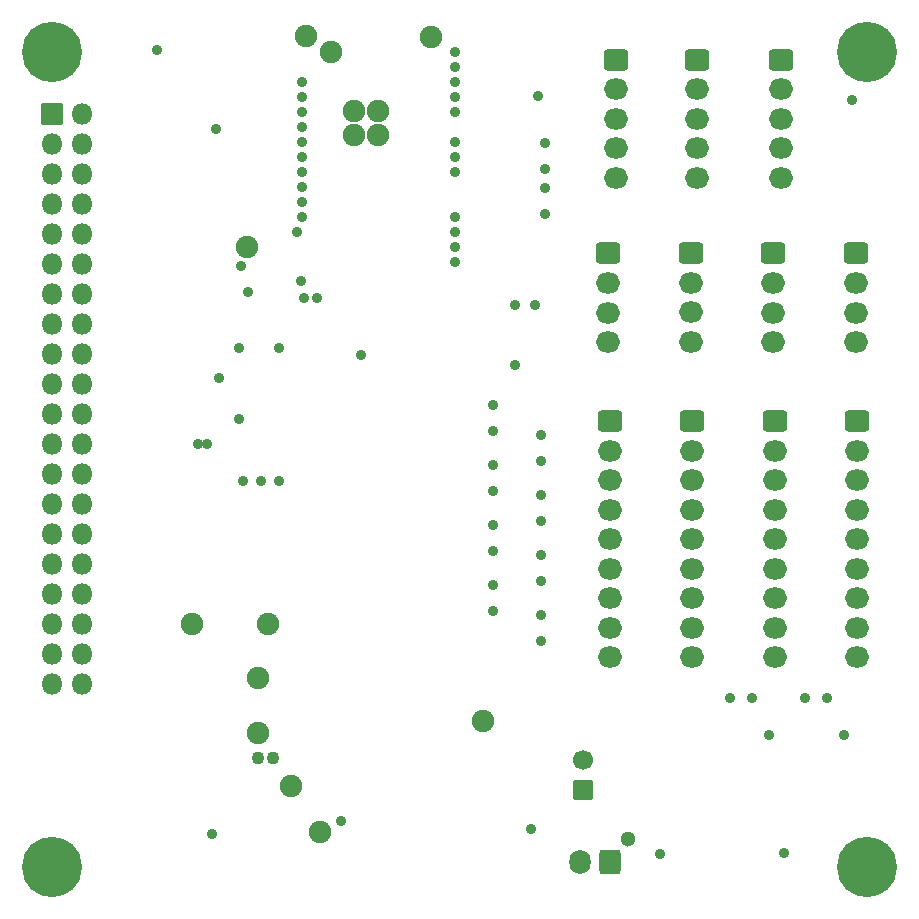
<source format=gbr>
%TF.GenerationSoftware,KiCad,Pcbnew,(6.0.1)*%
%TF.CreationDate,2023-01-03T02:24:04-08:00*%
%TF.ProjectId,ESP32 Dev Carrier - R1,45535033-3220-4446-9576-204361727269,rev?*%
%TF.SameCoordinates,Original*%
%TF.FileFunction,Soldermask,Bot*%
%TF.FilePolarity,Negative*%
%FSLAX46Y46*%
G04 Gerber Fmt 4.6, Leading zero omitted, Abs format (unit mm)*
G04 Created by KiCad (PCBNEW (6.0.1)) date 2023-01-03 02:24:04*
%MOMM*%
%LPD*%
G01*
G04 APERTURE LIST*
G04 Aperture macros list*
%AMRoundRect*
0 Rectangle with rounded corners*
0 $1 Rounding radius*
0 $2 $3 $4 $5 $6 $7 $8 $9 X,Y pos of 4 corners*
0 Add a 4 corners polygon primitive as box body*
4,1,4,$2,$3,$4,$5,$6,$7,$8,$9,$2,$3,0*
0 Add four circle primitives for the rounded corners*
1,1,$1+$1,$2,$3*
1,1,$1+$1,$4,$5*
1,1,$1+$1,$6,$7*
1,1,$1+$1,$8,$9*
0 Add four rect primitives between the rounded corners*
20,1,$1+$1,$2,$3,$4,$5,0*
20,1,$1+$1,$4,$5,$6,$7,0*
20,1,$1+$1,$6,$7,$8,$9,0*
20,1,$1+$1,$8,$9,$2,$3,0*%
G04 Aperture macros list end*
%ADD10RoundRect,0.300000X-0.725000X0.600000X-0.725000X-0.600000X0.725000X-0.600000X0.725000X0.600000X0*%
%ADD11O,2.050000X1.800000*%
%ADD12RoundRect,0.050000X0.800000X-0.800000X0.800000X0.800000X-0.800000X0.800000X-0.800000X-0.800000X0*%
%ADD13C,1.700000*%
%ADD14C,0.900000*%
%ADD15C,5.100000*%
%ADD16C,1.300000*%
%ADD17RoundRect,0.300000X0.600000X0.750000X-0.600000X0.750000X-0.600000X-0.750000X0.600000X-0.750000X0*%
%ADD18O,1.800000X2.100000*%
%ADD19RoundRect,0.050000X-0.850000X-0.850000X0.850000X-0.850000X0.850000X0.850000X-0.850000X0.850000X0*%
%ADD20O,1.800000X1.800000*%
%ADD21C,1.900000*%
%ADD22C,1.100000*%
G04 APERTURE END LIST*
D10*
%TO.C,J4*%
X64704988Y-3643100D03*
D11*
X64704988Y-6143100D03*
X64704988Y-8643100D03*
X64704988Y-11143100D03*
X64704988Y-13643100D03*
%TD*%
D10*
%TO.C,J6*%
X50734988Y-3643100D03*
D11*
X50734988Y-6143100D03*
X50734988Y-8643100D03*
X50734988Y-11143100D03*
X50734988Y-13643100D03*
%TD*%
D10*
%TO.C,J5*%
X57609988Y-3643100D03*
D11*
X57609988Y-6143100D03*
X57609988Y-8643100D03*
X57609988Y-11143100D03*
X57609988Y-13643100D03*
%TD*%
D12*
%TO.C,C1*%
X47962653Y-65459100D03*
D13*
X47962653Y-62959100D03*
%TD*%
D14*
%TO.C,H2*%
X3000000Y-70125000D03*
D15*
X3000000Y-72000000D03*
D14*
X3000000Y-73875000D03*
X4875000Y-72000000D03*
X4325825Y-70674175D03*
X1125000Y-72000000D03*
X1674175Y-73325825D03*
X4325825Y-73325825D03*
X1674175Y-70674175D03*
%TD*%
%TO.C,H3*%
X72000000Y-1125000D03*
X70674175Y-4325825D03*
D15*
X72000000Y-3000000D03*
D14*
X73325825Y-4325825D03*
X72000000Y-4875000D03*
X70674175Y-1674175D03*
X70125000Y-3000000D03*
X73325825Y-1674175D03*
X73875000Y-3000000D03*
%TD*%
D10*
%TO.C,J13*%
X71054988Y-20053100D03*
D11*
X71054988Y-22553100D03*
X71054988Y-25053100D03*
X71054988Y-27553100D03*
%TD*%
D10*
%TO.C,J8*%
X57194988Y-34243100D03*
D11*
X57194988Y-36743100D03*
X57194988Y-39243100D03*
X57194988Y-41743100D03*
X57194988Y-44243100D03*
X57194988Y-46743100D03*
X57194988Y-49243100D03*
X57194988Y-51743100D03*
X57194988Y-54243100D03*
%TD*%
D16*
%TO.C,J1*%
X51808653Y-69589100D03*
D17*
X50208653Y-71589100D03*
D18*
X47708653Y-71589100D03*
%TD*%
D14*
%TO.C,H1*%
X4325825Y-4325825D03*
X3000000Y-1125000D03*
X4325825Y-1674175D03*
X1674175Y-1674175D03*
D15*
X3000000Y-3000000D03*
D14*
X4875000Y-3000000D03*
X1674175Y-4325825D03*
X1125000Y-3000000D03*
X3000000Y-4875000D03*
%TD*%
D10*
%TO.C,J9*%
X64179988Y-34243100D03*
D11*
X64179988Y-36743100D03*
X64179988Y-39243100D03*
X64179988Y-41743100D03*
X64179988Y-44243100D03*
X64179988Y-46743100D03*
X64179988Y-49243100D03*
X64179988Y-51743100D03*
X64179988Y-54243100D03*
%TD*%
D19*
%TO.C,J3*%
X3014988Y-8233100D03*
D20*
X5554988Y-8233100D03*
X3014988Y-10773100D03*
X5554988Y-10773100D03*
X3014988Y-13313100D03*
X5554988Y-13313100D03*
X3014988Y-15853100D03*
X5554988Y-15853100D03*
X3014988Y-18393100D03*
X5554988Y-18393100D03*
X3014988Y-20933100D03*
X5554988Y-20933100D03*
X3014988Y-23473100D03*
X5554988Y-23473100D03*
X3014988Y-26013100D03*
X5554988Y-26013100D03*
X3014988Y-28553100D03*
X5554988Y-28553100D03*
X3014988Y-31093100D03*
X5554988Y-31093100D03*
X3014988Y-33633100D03*
X5554988Y-33633100D03*
X3014988Y-36173100D03*
X5554988Y-36173100D03*
X3014988Y-38713100D03*
X5554988Y-38713100D03*
X3014988Y-41253100D03*
X5554988Y-41253100D03*
X3014988Y-43793100D03*
X5554988Y-43793100D03*
X3014988Y-46333100D03*
X5554988Y-46333100D03*
X3014988Y-48873100D03*
X5554988Y-48873100D03*
X3014988Y-51413100D03*
X5554988Y-51413100D03*
X3014988Y-53953100D03*
X5554988Y-53953100D03*
X3014988Y-56493100D03*
X5554988Y-56493100D03*
%TD*%
D10*
%TO.C,J14*%
X64069988Y-20053100D03*
D11*
X64069988Y-22553100D03*
X64069988Y-25053100D03*
X64069988Y-27553100D03*
%TD*%
D10*
%TO.C,J7*%
X50209988Y-34243100D03*
D11*
X50209988Y-36743100D03*
X50209988Y-39243100D03*
X50209988Y-41743100D03*
X50209988Y-44243100D03*
X50209988Y-46743100D03*
X50209988Y-49243100D03*
X50209988Y-51743100D03*
X50209988Y-54243100D03*
%TD*%
D10*
%TO.C,J11*%
X50099988Y-20053100D03*
D11*
X50099988Y-22553100D03*
X50099988Y-25053100D03*
X50099988Y-27553100D03*
%TD*%
D10*
%TO.C,J10*%
X71164988Y-34243100D03*
D11*
X71164988Y-36743100D03*
X71164988Y-39243100D03*
X71164988Y-41743100D03*
X71164988Y-44243100D03*
X71164988Y-46743100D03*
X71164988Y-49243100D03*
X71164988Y-51743100D03*
X71164988Y-54243100D03*
%TD*%
D10*
%TO.C,J12*%
X57084988Y-20033100D03*
D11*
X57084988Y-22533100D03*
X57084988Y-25033100D03*
X57084988Y-27533100D03*
%TD*%
D14*
%TO.C,H4*%
X70674175Y-73325825D03*
X70125000Y-72000000D03*
X70674175Y-70674175D03*
D15*
X72000000Y-72000000D03*
D14*
X73875000Y-72000000D03*
X73325825Y-73325825D03*
X73325825Y-70674175D03*
X72000000Y-70125000D03*
X72000000Y-73875000D03*
%TD*%
D21*
X14878153Y-51449535D03*
D14*
X43859988Y-24438100D03*
X29127988Y-28629100D03*
X24047988Y-22406100D03*
X54463988Y-70908100D03*
X66719988Y-57712100D03*
X65005988Y-70793100D03*
X37088616Y-5550000D03*
X44416488Y-42683100D03*
X44416488Y-40483100D03*
X40303988Y-48103100D03*
X40303988Y-50303100D03*
X70719988Y-7102100D03*
X42208988Y-29518100D03*
X40303988Y-32863100D03*
X40303988Y-43023100D03*
X40303988Y-45223100D03*
X68624988Y-57712100D03*
X62274988Y-57712100D03*
X70085988Y-60823100D03*
X44416488Y-50643100D03*
X40303988Y-37943100D03*
X40303988Y-40143100D03*
X44416488Y-52843100D03*
X42208988Y-24438100D03*
X63735988Y-60823100D03*
X60369988Y-57712100D03*
D21*
X35088616Y-1745000D03*
X30608616Y-8000000D03*
X25726988Y-69051100D03*
D14*
X18790616Y-34073000D03*
X18832616Y-28067000D03*
X24128616Y-10635000D03*
X24128616Y-15715000D03*
X37088616Y-3010000D03*
X37088616Y-8090000D03*
X24128616Y-11905000D03*
D21*
X23226988Y-65126100D03*
D22*
X20416653Y-62741535D03*
D14*
X24128616Y-13175000D03*
X37088616Y-10635000D03*
X37088616Y-11900000D03*
X37088616Y-13170000D03*
D21*
X19475988Y-19485100D03*
X28608616Y-8000000D03*
X20403653Y-56035535D03*
D14*
X25444988Y-23803100D03*
X24128616Y-5550000D03*
X24301988Y-23803100D03*
X37088616Y-16980000D03*
D21*
X39503653Y-59636100D03*
D14*
X19208616Y-39293000D03*
X27476988Y-68126100D03*
D22*
X21673653Y-62741535D03*
D14*
X11857616Y-2848100D03*
X16922616Y-9550000D03*
X22256616Y-39293000D03*
D21*
X30608616Y-10000000D03*
D14*
X44130988Y-6738100D03*
D21*
X26607616Y-3015000D03*
D14*
X19602988Y-23295100D03*
X16160616Y-36195000D03*
X24128616Y-6820000D03*
X15398616Y-36195000D03*
D21*
X24495940Y-1664990D03*
D14*
X37120616Y-18215100D03*
X17176616Y-30607000D03*
X24128616Y-9365000D03*
X24128616Y-14445000D03*
X24128616Y-16985000D03*
X24128616Y-8095000D03*
X22256616Y-28067000D03*
X23780616Y-18255000D03*
X18967988Y-21136100D03*
D21*
X28608616Y-10000000D03*
D14*
X16579988Y-69235100D03*
D21*
X21255153Y-51449535D03*
D14*
X20732616Y-39293000D03*
X43577653Y-68761100D03*
D21*
X20403653Y-60635535D03*
D14*
X37088616Y-4280000D03*
X37088616Y-20790000D03*
X37088616Y-19520000D03*
X37088616Y-6820000D03*
X44416488Y-45563100D03*
X44416488Y-47763100D03*
X44748988Y-10722100D03*
X44748988Y-12922100D03*
X40303988Y-35063100D03*
X44416488Y-35403100D03*
X44416488Y-37603100D03*
X44748988Y-14532100D03*
X44748988Y-16732100D03*
M02*

</source>
